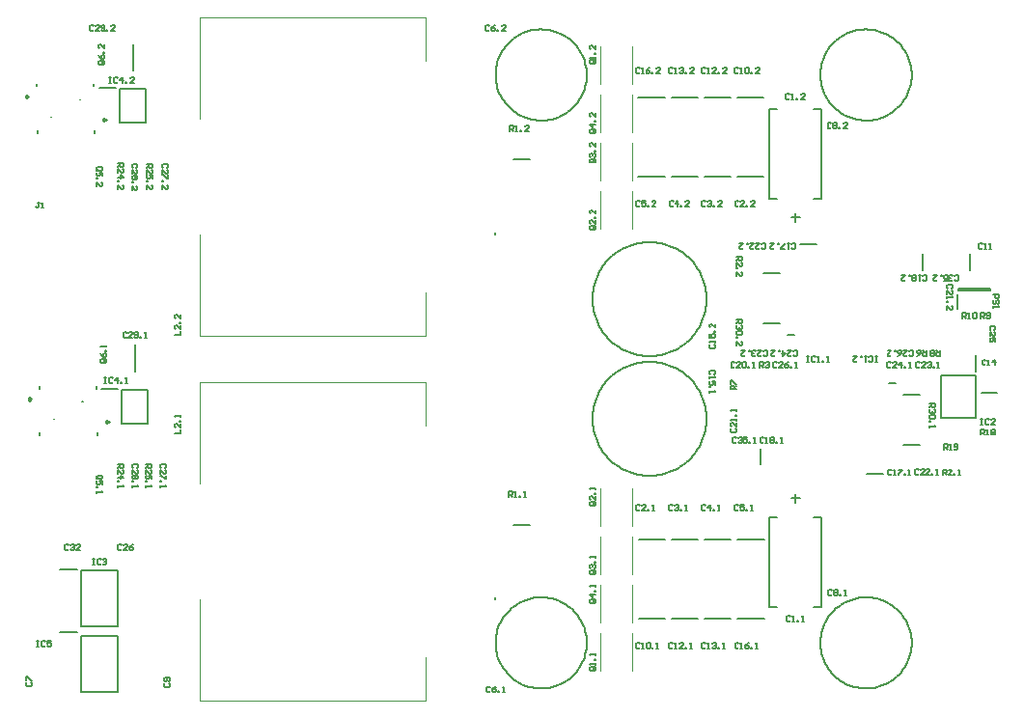
<source format=gto>
G04*
G04 #@! TF.GenerationSoftware,Altium Limited,Altium Designer,22.9.1 (49)*
G04*
G04 Layer_Color=65535*
%FSLAX25Y25*%
%MOIN*%
G70*
G04*
G04 #@! TF.SameCoordinates,58640E65-FB78-4378-B78F-6D08F657F38D*
G04*
G04*
G04 #@! TF.FilePolarity,Positive*
G04*
G01*
G75*
%ADD10C,0.00787*%
%ADD11C,0.00984*%
%ADD12C,0.00394*%
%ADD13C,0.00600*%
%ADD14C,0.00500*%
D10*
X216378Y161024D02*
Y161811D01*
Y161024D01*
Y35039D02*
Y35827D01*
Y35039D01*
X248031Y20028D02*
X248000Y21026D01*
X247905Y22021D01*
X247747Y23008D01*
X247527Y23983D01*
X247245Y24941D01*
X246903Y25881D01*
X246503Y26796D01*
X246045Y27684D01*
X245532Y28542D01*
X244965Y29365D01*
X244347Y30150D01*
X243681Y30895D01*
X242969Y31596D01*
X242213Y32250D01*
X241418Y32855D01*
X240586Y33409D01*
X239721Y33909D01*
X238825Y34352D01*
X237904Y34738D01*
X236959Y35065D01*
X235996Y35332D01*
X235018Y35536D01*
X234029Y35679D01*
X233033Y35758D01*
X232034Y35774D01*
X231035Y35726D01*
X230042Y35615D01*
X229058Y35442D01*
X228087Y35206D01*
X227133Y34909D01*
X226199Y34553D01*
X225290Y34138D01*
X224410Y33666D01*
X223560Y33139D01*
X222746Y32559D01*
X221971Y31929D01*
X221237Y31251D01*
X220547Y30528D01*
X219905Y29762D01*
X219312Y28958D01*
X218772Y28117D01*
X218286Y27244D01*
X217857Y26341D01*
X217485Y25414D01*
X217173Y24464D01*
X216922Y23497D01*
X216733Y22516D01*
X216607Y21524D01*
X216543Y20527D01*
Y19528D01*
X216607Y18531D01*
X216733Y17539D01*
X216922Y16558D01*
X217173Y15591D01*
X217485Y14641D01*
X217857Y13714D01*
X218286Y12811D01*
X218772Y11938D01*
X219312Y11097D01*
X219905Y10293D01*
X220547Y9527D01*
X221237Y8804D01*
X221971Y8126D01*
X222746Y7496D01*
X223560Y6916D01*
X224410Y6389D01*
X225290Y5917D01*
X226199Y5502D01*
X227133Y5146D01*
X228087Y4849D01*
X229058Y4613D01*
X230042Y4440D01*
X231035Y4329D01*
X232034Y4281D01*
X233033Y4297D01*
X234029Y4377D01*
X235018Y4519D01*
X235996Y4723D01*
X236959Y4990D01*
X237904Y5317D01*
X238825Y5703D01*
X239721Y6146D01*
X240586Y6646D01*
X241418Y7200D01*
X242213Y7805D01*
X242969Y8459D01*
X243681Y9160D01*
X244347Y9905D01*
X244965Y10690D01*
X245532Y11513D01*
X246045Y12371D01*
X246503Y13259D01*
X246903Y14175D01*
X247245Y15114D01*
X247527Y16072D01*
X247747Y17047D01*
X247905Y18034D01*
X248000Y19029D01*
X248031Y20028D01*
Y216193D02*
X248000Y217192D01*
X247905Y218186D01*
X247747Y219173D01*
X247527Y220148D01*
X247245Y221107D01*
X246903Y222046D01*
X246503Y222961D01*
X246045Y223850D01*
X245532Y224707D01*
X244965Y225530D01*
X244347Y226315D01*
X243681Y227060D01*
X242969Y227761D01*
X242213Y228416D01*
X241418Y229021D01*
X240586Y229574D01*
X239721Y230074D01*
X238825Y230518D01*
X237904Y230904D01*
X236959Y231231D01*
X235996Y231497D01*
X235018Y231702D01*
X234029Y231844D01*
X233033Y231923D01*
X232034Y231939D01*
X231035Y231891D01*
X230042Y231781D01*
X229058Y231607D01*
X228087Y231371D01*
X227133Y231075D01*
X226199Y230718D01*
X225290Y230303D01*
X224410Y229831D01*
X223560Y229304D01*
X222746Y228725D01*
X221971Y228095D01*
X221237Y227416D01*
X220547Y226693D01*
X219905Y225928D01*
X219312Y225123D01*
X218772Y224282D01*
X218286Y223409D01*
X217857Y222507D01*
X217485Y221579D01*
X217173Y220630D01*
X216922Y219662D01*
X216733Y218681D01*
X216607Y217690D01*
X216543Y216693D01*
Y215693D01*
X216607Y214696D01*
X216733Y213705D01*
X216922Y212723D01*
X217173Y211756D01*
X217485Y210807D01*
X217857Y209879D01*
X218286Y208977D01*
X218772Y208103D01*
X219312Y207263D01*
X219905Y206458D01*
X220547Y205693D01*
X221237Y204969D01*
X221971Y204291D01*
X222746Y203661D01*
X223560Y203082D01*
X224410Y202555D01*
X225290Y202083D01*
X226199Y201668D01*
X227133Y201311D01*
X228087Y201014D01*
X229058Y200779D01*
X230042Y200605D01*
X231035Y200494D01*
X232034Y200447D01*
X233033Y200463D01*
X234029Y200542D01*
X235018Y200684D01*
X235996Y200889D01*
X236959Y201155D01*
X237904Y201482D01*
X238825Y201868D01*
X239721Y202312D01*
X240586Y202811D01*
X241418Y203365D01*
X242213Y203970D01*
X242969Y204625D01*
X243681Y205326D01*
X244347Y206070D01*
X244965Y206856D01*
X245532Y207679D01*
X246045Y208536D01*
X246503Y209424D01*
X246903Y210340D01*
X247245Y211279D01*
X247527Y212238D01*
X247747Y213212D01*
X247905Y214199D01*
X248000Y215194D01*
X248031Y216193D01*
X289370Y138779D02*
X289345Y139777D01*
X289269Y140771D01*
X289143Y141760D01*
X288967Y142742D01*
X288742Y143714D01*
X288467Y144673D01*
X288145Y145616D01*
X287775Y146542D01*
X287358Y147449D01*
X286897Y148333D01*
X286391Y149192D01*
X285842Y150025D01*
X285251Y150829D01*
X284621Y151602D01*
X283953Y152342D01*
X283247Y153047D01*
X282507Y153716D01*
X281734Y154346D01*
X280930Y154936D01*
X280098Y155485D01*
X279238Y155991D01*
X278354Y156453D01*
X277448Y156869D01*
X276522Y157239D01*
X275578Y157562D01*
X274619Y157836D01*
X273648Y158062D01*
X272666Y158238D01*
X271676Y158364D01*
X270682Y158439D01*
X269685Y158465D01*
X268688Y158439D01*
X267693Y158364D01*
X266704Y158238D01*
X265722Y158062D01*
X264751Y157836D01*
X263792Y157562D01*
X262848Y157239D01*
X261922Y156869D01*
X261016Y156453D01*
X260132Y155991D01*
X259272Y155485D01*
X258440Y154936D01*
X257636Y154346D01*
X256863Y153716D01*
X256123Y153047D01*
X255417Y152342D01*
X254749Y151602D01*
X254119Y150829D01*
X253528Y150025D01*
X252979Y149192D01*
X252473Y148333D01*
X252012Y147449D01*
X251595Y146542D01*
X251225Y145616D01*
X250903Y144673D01*
X250628Y143714D01*
X250403Y142742D01*
X250227Y141760D01*
X250101Y140771D01*
X250025Y139777D01*
X250000Y138779D01*
X250025Y137783D01*
X250101Y136788D01*
X250227Y135799D01*
X250403Y134817D01*
X250628Y133845D01*
X250903Y132887D01*
X251225Y131943D01*
X251595Y131017D01*
X252012Y130110D01*
X252473Y129226D01*
X252979Y128367D01*
X253528Y127534D01*
X254119Y126730D01*
X254749Y125957D01*
X255417Y125217D01*
X256123Y124512D01*
X256863Y123843D01*
X257636Y123213D01*
X258440Y122623D01*
X259272Y122074D01*
X260132Y121568D01*
X261016Y121106D01*
X261922Y120690D01*
X262848Y120320D01*
X263792Y119997D01*
X264751Y119723D01*
X265722Y119497D01*
X266704Y119322D01*
X267694Y119195D01*
X268688Y119120D01*
X269685Y119095D01*
X270682Y119120D01*
X271677Y119195D01*
X272666Y119322D01*
X273648Y119498D01*
X274619Y119723D01*
X275578Y119997D01*
X276522Y120320D01*
X277448Y120690D01*
X278354Y121106D01*
X279238Y121568D01*
X280098Y122074D01*
X280930Y122623D01*
X281734Y123213D01*
X282507Y123843D01*
X283247Y124512D01*
X283953Y125217D01*
X284621Y125957D01*
X285251Y126730D01*
X285842Y127534D01*
X286391Y128367D01*
X286897Y129226D01*
X287358Y130110D01*
X287775Y131017D01*
X288145Y131943D01*
X288467Y132887D01*
X288742Y133845D01*
X288967Y134817D01*
X289143Y135799D01*
X289269Y136788D01*
X289345Y137783D01*
X289370Y138779D01*
Y97441D02*
X289345Y98438D01*
X289269Y99432D01*
X289143Y100422D01*
X288967Y101403D01*
X288742Y102375D01*
X288467Y103334D01*
X288145Y104278D01*
X287775Y105204D01*
X287358Y106110D01*
X286897Y106994D01*
X286391Y107854D01*
X285842Y108686D01*
X285251Y109490D01*
X284621Y110263D01*
X283953Y111003D01*
X283247Y111708D01*
X282507Y112377D01*
X281734Y113007D01*
X280930Y113598D01*
X280098Y114146D01*
X279238Y114653D01*
X278354Y115114D01*
X277448Y115531D01*
X276522Y115901D01*
X275578Y116223D01*
X274619Y116498D01*
X273648Y116723D01*
X272666Y116899D01*
X271676Y117025D01*
X270682Y117101D01*
X269685Y117126D01*
X268688Y117101D01*
X267693Y117025D01*
X266704Y116899D01*
X265722Y116723D01*
X264751Y116498D01*
X263792Y116223D01*
X262848Y115901D01*
X261922Y115531D01*
X261016Y115114D01*
X260132Y114653D01*
X259272Y114146D01*
X258440Y113598D01*
X257636Y113007D01*
X256863Y112377D01*
X256123Y111708D01*
X255417Y111003D01*
X254749Y110263D01*
X254119Y109490D01*
X253528Y108686D01*
X252979Y107854D01*
X252473Y106994D01*
X252012Y106110D01*
X251595Y105204D01*
X251225Y104278D01*
X250903Y103334D01*
X250628Y102375D01*
X250403Y101403D01*
X250227Y100422D01*
X250101Y99432D01*
X250025Y98438D01*
X250000Y97441D01*
X250025Y96444D01*
X250101Y95449D01*
X250227Y94460D01*
X250403Y93478D01*
X250628Y92507D01*
X250903Y91548D01*
X251225Y90604D01*
X251595Y89678D01*
X252012Y88772D01*
X252473Y87888D01*
X252979Y87028D01*
X253528Y86195D01*
X254119Y85392D01*
X254749Y84619D01*
X255417Y83879D01*
X256123Y83173D01*
X256863Y82505D01*
X257636Y81875D01*
X258440Y81284D01*
X259272Y80735D01*
X260132Y80229D01*
X261016Y79768D01*
X261922Y79351D01*
X262848Y78981D01*
X263792Y78659D01*
X264751Y78384D01*
X265722Y78159D01*
X266704Y77983D01*
X267694Y77857D01*
X268688Y77781D01*
X269685Y77756D01*
X270682Y77781D01*
X271677Y77857D01*
X272666Y77983D01*
X273648Y78159D01*
X274619Y78384D01*
X275578Y78659D01*
X276522Y78981D01*
X277448Y79351D01*
X278354Y79768D01*
X279238Y80229D01*
X280098Y80735D01*
X280930Y81284D01*
X281734Y81875D01*
X282507Y82505D01*
X283247Y83173D01*
X283953Y83879D01*
X284621Y84619D01*
X285251Y85392D01*
X285842Y86196D01*
X286391Y87028D01*
X286897Y87888D01*
X287358Y88772D01*
X287775Y89678D01*
X288145Y90604D01*
X288467Y91548D01*
X288742Y92507D01*
X288967Y93479D01*
X289143Y94460D01*
X289269Y95450D01*
X289345Y96444D01*
X289370Y97441D01*
X360236Y20028D02*
X360205Y21026D01*
X360109Y22021D01*
X359952Y23008D01*
X359732Y23983D01*
X359450Y24941D01*
X359108Y25881D01*
X358707Y26796D01*
X358250Y27684D01*
X357736Y28542D01*
X357170Y29365D01*
X356552Y30150D01*
X355886Y30895D01*
X355173Y31596D01*
X354418Y32250D01*
X353623Y32855D01*
X352791Y33409D01*
X351925Y33909D01*
X351030Y34352D01*
X350108Y34738D01*
X349164Y35065D01*
X348201Y35332D01*
X347223Y35536D01*
X346234Y35679D01*
X345237Y35758D01*
X344238Y35774D01*
X343240Y35726D01*
X342247Y35615D01*
X341263Y35442D01*
X340292Y35206D01*
X339337Y34909D01*
X338404Y34553D01*
X337495Y34138D01*
X336614Y33666D01*
X335765Y33139D01*
X334951Y32559D01*
X334175Y31929D01*
X333441Y31251D01*
X332752Y30528D01*
X332109Y29762D01*
X331517Y28958D01*
X330977Y28117D01*
X330491Y27244D01*
X330061Y26341D01*
X329690Y25414D01*
X329378Y24464D01*
X329127Y23497D01*
X328938Y22516D01*
X328812Y21524D01*
X328748Y20527D01*
Y19528D01*
X328812Y18531D01*
X328938Y17539D01*
X329127Y16558D01*
X329378Y15591D01*
X329690Y14641D01*
X330061Y13714D01*
X330491Y12811D01*
X330977Y11938D01*
X331517Y11097D01*
X332109Y10293D01*
X332752Y9527D01*
X333441Y8804D01*
X334175Y8126D01*
X334951Y7496D01*
X335765Y6916D01*
X336614Y6389D01*
X337495Y5917D01*
X338404Y5502D01*
X339337Y5146D01*
X340292Y4849D01*
X341263Y4613D01*
X342247Y4440D01*
X343240Y4329D01*
X344238Y4281D01*
X345237Y4297D01*
X346234Y4377D01*
X347223Y4519D01*
X348201Y4723D01*
X349164Y4990D01*
X350108Y5317D01*
X351030Y5703D01*
X351925Y6146D01*
X352791Y6646D01*
X353623Y7200D01*
X354418Y7805D01*
X355173Y8459D01*
X355886Y9160D01*
X356552Y9905D01*
X357170Y10690D01*
X357736Y11513D01*
X358250Y12371D01*
X358707Y13259D01*
X359108Y14175D01*
X359450Y15114D01*
X359732Y16072D01*
X359952Y17047D01*
X360109Y18034D01*
X360205Y19029D01*
X360236Y20028D01*
Y216193D02*
X360205Y217192D01*
X360109Y218186D01*
X359952Y219173D01*
X359732Y220148D01*
X359450Y221107D01*
X359108Y222046D01*
X358707Y222961D01*
X358250Y223850D01*
X357736Y224707D01*
X357170Y225530D01*
X356552Y226315D01*
X355886Y227060D01*
X355173Y227761D01*
X354418Y228416D01*
X353623Y229021D01*
X352791Y229574D01*
X351925Y230074D01*
X351030Y230518D01*
X350108Y230904D01*
X349164Y231231D01*
X348201Y231497D01*
X347223Y231702D01*
X346234Y231844D01*
X345237Y231923D01*
X344238Y231939D01*
X343240Y231891D01*
X342247Y231781D01*
X341263Y231607D01*
X340292Y231371D01*
X339337Y231075D01*
X338404Y230718D01*
X337495Y230303D01*
X336614Y229831D01*
X335765Y229304D01*
X334951Y228725D01*
X334175Y228095D01*
X333441Y227416D01*
X332752Y226693D01*
X332109Y225928D01*
X331517Y225123D01*
X330977Y224282D01*
X330491Y223409D01*
X330061Y222507D01*
X329690Y221579D01*
X329378Y220630D01*
X329127Y219662D01*
X328938Y218681D01*
X328812Y217690D01*
X328748Y216693D01*
Y215693D01*
X328812Y214696D01*
X328938Y213705D01*
X329127Y212723D01*
X329378Y211756D01*
X329690Y210807D01*
X330061Y209879D01*
X330491Y208977D01*
X330977Y208103D01*
X331517Y207263D01*
X332109Y206458D01*
X332752Y205693D01*
X333441Y204969D01*
X334175Y204291D01*
X334951Y203661D01*
X335765Y203082D01*
X336614Y202555D01*
X337495Y202083D01*
X338404Y201668D01*
X339337Y201311D01*
X340292Y201014D01*
X341263Y200779D01*
X342247Y200605D01*
X343240Y200494D01*
X344238Y200447D01*
X345237Y200463D01*
X346234Y200542D01*
X347223Y200684D01*
X348201Y200889D01*
X349164Y201155D01*
X350108Y201482D01*
X351030Y201868D01*
X351925Y202312D01*
X352791Y202811D01*
X353623Y203365D01*
X354418Y203970D01*
X355173Y204625D01*
X355886Y205326D01*
X356552Y206070D01*
X357170Y206856D01*
X357736Y207679D01*
X358250Y208536D01*
X358707Y209424D01*
X359108Y210340D01*
X359450Y211279D01*
X359732Y212238D01*
X359952Y213212D01*
X360109Y214199D01*
X360205Y215194D01*
X360236Y216193D01*
X66043Y45591D02*
X72047D01*
X73425Y25787D02*
Y45079D01*
Y25787D02*
X86024D01*
Y45079D01*
X73425D02*
X86024D01*
X73425Y22421D02*
X86024D01*
Y3169D02*
Y22421D01*
X73425Y3169D02*
X86024D01*
X73425D02*
Y22421D01*
X66142Y23779D02*
X72047D01*
X87461Y107579D02*
X96516D01*
Y95768D02*
Y107579D01*
X87461Y95768D02*
X96516D01*
X87461D02*
Y107579D01*
X80472Y107776D02*
X86083D01*
X222638Y60925D02*
X228346D01*
X91988Y113878D02*
Y122933D01*
X86752Y211496D02*
X95807D01*
Y199685D02*
Y211496D01*
X86752Y199685D02*
X95807D01*
X86752D02*
Y211496D01*
X79764Y211693D02*
X85374D01*
X91280Y217795D02*
Y226850D01*
X382283Y97835D02*
Y112402D01*
X370472Y97835D02*
X382283D01*
X370472D02*
Y112402D01*
X382283D01*
X382480Y113779D02*
Y119587D01*
X344693Y78437D02*
X350402D01*
X357488Y88476D02*
X363000D01*
X357488Y105799D02*
X363000D01*
X384252Y106299D02*
X389764D01*
X352370Y109736D02*
X354732D01*
X265846Y208268D02*
X274902D01*
X265846Y181102D02*
X274902D01*
X222736Y187008D02*
X228445D01*
X277264Y208268D02*
X286319D01*
X288681D02*
X297736D01*
X300098D02*
X309154D01*
X300098Y181102D02*
X309154D01*
X277264D02*
X286319D01*
X288681D02*
X297736D01*
X265945Y55709D02*
X275000D01*
X277362D02*
X286417D01*
X288779Y28543D02*
X297835D01*
X265945D02*
X275000D01*
X277362D02*
X286417D01*
X300197D02*
X309252D01*
X288779Y55709D02*
X297835D01*
X300197D02*
X309252D01*
X307874Y81693D02*
Y87205D01*
X321661Y157768D02*
X327370D01*
X317331Y126469D02*
X319693D01*
X309063Y130405D02*
X314575D01*
X59193Y91831D02*
Y92815D01*
X63996Y97342D02*
X64075D01*
X78878Y91831D02*
Y92815D01*
X59055Y107874D02*
Y108858D01*
X73858Y103347D02*
X73937D01*
X78740Y107874D02*
Y108858D01*
X58209Y196161D02*
Y197146D01*
X63012Y201673D02*
X63090D01*
X77894Y196161D02*
Y197146D01*
X77756Y212274D02*
Y213258D01*
X72874Y207746D02*
X72953D01*
X58071Y212274D02*
Y213258D01*
X376260Y141831D02*
Y142421D01*
X387520D01*
Y141831D02*
Y142421D01*
X376260Y141831D02*
X387520D01*
X375886Y135531D02*
Y140453D01*
X309063Y147728D02*
X314575D01*
X380315Y148819D02*
Y154331D01*
X364181Y148909D02*
Y154421D01*
D11*
X82913Y96358D02*
X82175Y96785D01*
Y95932D01*
X82913Y96358D01*
X56004Y104331D02*
X55266Y104757D01*
Y103904D01*
X56004Y104331D01*
X81929Y200689D02*
X81191Y201115D01*
Y200263D01*
X81929Y200689D01*
X55020Y208731D02*
X54282Y209157D01*
Y208305D01*
X55020Y208731D01*
D12*
X192362Y221102D02*
Y236024D01*
X114409D02*
X192362D01*
X114409Y201083D02*
Y236024D01*
Y126181D02*
Y161102D01*
Y126181D02*
X192382D01*
X192362Y141102D02*
X192382Y126181D01*
X192362Y95118D02*
Y110039D01*
X114409D02*
X192362D01*
X114409Y75098D02*
Y110039D01*
Y197D02*
Y35118D01*
Y197D02*
X192382D01*
X192362Y15118D02*
X192382Y197D01*
X252571Y10567D02*
Y23559D01*
X263571Y10575D02*
Y23567D01*
Y27110D02*
Y40102D01*
X252571Y27102D02*
Y40095D01*
X263571Y43882D02*
Y56874D01*
X252571Y43874D02*
Y56866D01*
Y60409D02*
Y73402D01*
X263571Y60417D02*
Y73409D01*
X252571Y179740D02*
Y192732D01*
X263571Y179748D02*
Y192740D01*
X252571Y196512D02*
Y209504D01*
X263571Y196520D02*
Y209512D01*
Y163213D02*
Y176205D01*
X252571Y163205D02*
Y176197D01*
Y213047D02*
Y226039D01*
X263571Y213055D02*
Y226047D01*
D13*
X311114Y204437D02*
X313847D01*
X320079Y165547D02*
Y168547D01*
X318579Y167047D02*
X321579D01*
X329043Y173516D02*
Y204437D01*
X326310D02*
X329043D01*
X311114Y173516D02*
Y204437D01*
Y173516D02*
X313847D01*
X326310D02*
X329043D01*
X311114Y63492D02*
X313847D01*
X326310D02*
X329043D01*
Y32571D02*
Y63492D01*
X311114Y32571D02*
X313847D01*
X311114D02*
Y63492D01*
X318579Y69961D02*
X321579D01*
X320079Y68461D02*
Y71461D01*
X326310Y32571D02*
X329043D01*
D14*
X102494Y5971D02*
X102166Y5643D01*
Y4987D01*
X102494Y4659D01*
X103806D01*
X104133Y4987D01*
Y5643D01*
X103806Y5971D01*
Y6627D02*
X104133Y6955D01*
Y7611D01*
X103806Y7939D01*
X102494D01*
X102166Y7611D01*
Y6955D01*
X102494Y6627D01*
X102822D01*
X103150Y6955D01*
Y7939D01*
X54856Y6365D02*
X54528Y6037D01*
Y5381D01*
X54856Y5053D01*
X56168D01*
X56496Y5381D01*
Y6037D01*
X56168Y6365D01*
X54528Y7021D02*
Y8333D01*
X54856D01*
X56168Y7021D01*
X56496D01*
X77265Y49212D02*
X77921D01*
X77593D01*
Y47244D01*
X77265D01*
X77921D01*
X80216Y48884D02*
X79888Y49212D01*
X79232D01*
X78904Y48884D01*
Y47572D01*
X79232Y47244D01*
X79888D01*
X80216Y47572D01*
X80872Y48884D02*
X81200Y49212D01*
X81856D01*
X82184Y48884D01*
Y48556D01*
X81856Y48228D01*
X81528D01*
X81856D01*
X82184Y47900D01*
Y47572D01*
X81856Y47244D01*
X81200D01*
X80872Y47572D01*
X87271Y53806D02*
X86943Y54133D01*
X86287D01*
X85959Y53806D01*
Y52494D01*
X86287Y52166D01*
X86943D01*
X87271Y52494D01*
X89239Y52166D02*
X87927D01*
X89239Y53478D01*
Y53806D01*
X88911Y54133D01*
X88255D01*
X87927Y53806D01*
X91207Y54133D02*
X90551Y53806D01*
X89895Y53150D01*
Y52494D01*
X90223Y52166D01*
X90878D01*
X91207Y52494D01*
Y52822D01*
X90878Y53150D01*
X89895D01*
X58170Y20669D02*
X58826D01*
X58498D01*
Y18701D01*
X58170D01*
X58826D01*
X61122Y20341D02*
X60794Y20669D01*
X60138D01*
X59810Y20341D01*
Y19029D01*
X60138Y18701D01*
X60794D01*
X61122Y19029D01*
X63090Y20669D02*
X61778D01*
Y19685D01*
X62434Y20013D01*
X62762D01*
X63090Y19685D01*
Y19029D01*
X62762Y18701D01*
X62106D01*
X61778Y19029D01*
X69160Y53806D02*
X68833Y54133D01*
X68177D01*
X67849Y53806D01*
Y52494D01*
X68177Y52166D01*
X68833D01*
X69160Y52494D01*
X69816Y53806D02*
X70144Y54133D01*
X70800D01*
X71128Y53806D01*
Y53478D01*
X70800Y53150D01*
X70472D01*
X70800D01*
X71128Y52822D01*
Y52494D01*
X70800Y52166D01*
X70144D01*
X69816Y52494D01*
X73096Y52166D02*
X71784D01*
X73096Y53478D01*
Y53806D01*
X72768Y54133D01*
X72112D01*
X71784Y53806D01*
X105709Y92554D02*
X107677D01*
Y93865D01*
Y95833D02*
Y94521D01*
X106365Y95833D01*
X106037D01*
X105709Y95505D01*
Y94849D01*
X106037Y94521D01*
X107677Y96489D02*
X107349D01*
Y96817D01*
X107677D01*
Y96489D01*
Y98129D02*
Y98785D01*
Y98457D01*
X105709D01*
X106037Y98129D01*
X105630Y126478D02*
X107598D01*
Y127789D01*
Y129757D02*
Y128445D01*
X106286Y129757D01*
X105958D01*
X105630Y129429D01*
Y128773D01*
X105958Y128445D01*
X107598Y130413D02*
X107270D01*
Y130741D01*
X107598D01*
Y130413D01*
Y133365D02*
Y132053D01*
X106286Y133365D01*
X105958D01*
X105630Y133037D01*
Y132381D01*
X105958Y132053D01*
X300526Y19750D02*
X300198Y20078D01*
X299542D01*
X299214Y19750D01*
Y18439D01*
X299542Y18111D01*
X300198D01*
X300526Y18439D01*
X301182Y18111D02*
X301838D01*
X301510D01*
Y20078D01*
X301182Y19750D01*
X304134Y20078D02*
X303478Y19750D01*
X302822Y19094D01*
Y18439D01*
X303150Y18111D01*
X303806D01*
X304134Y18439D01*
Y18767D01*
X303806Y19094D01*
X302822D01*
X304789Y18111D02*
Y18439D01*
X305118D01*
Y18111D01*
X304789D01*
X306429D02*
X307085D01*
X306757D01*
Y20078D01*
X306429Y19750D01*
X289108D02*
X288780Y20078D01*
X288125D01*
X287797Y19750D01*
Y18439D01*
X288125Y18111D01*
X288780D01*
X289108Y18439D01*
X289764Y18111D02*
X290420D01*
X290092D01*
Y20078D01*
X289764Y19750D01*
X291404D02*
X291732Y20078D01*
X292388D01*
X292716Y19750D01*
Y19422D01*
X292388Y19094D01*
X292060D01*
X292388D01*
X292716Y18767D01*
Y18439D01*
X292388Y18111D01*
X291732D01*
X291404Y18439D01*
X293372Y18111D02*
Y18439D01*
X293700D01*
Y18111D01*
X293372D01*
X295012D02*
X295668D01*
X295340D01*
Y20078D01*
X295012Y19750D01*
X277691D02*
X277363Y20078D01*
X276707D01*
X276379Y19750D01*
Y18439D01*
X276707Y18111D01*
X277363D01*
X277691Y18439D01*
X278347Y18111D02*
X279003D01*
X278675D01*
Y20078D01*
X278347Y19750D01*
X281299Y18111D02*
X279987D01*
X281299Y19422D01*
Y19750D01*
X280971Y20078D01*
X280315D01*
X279987Y19750D01*
X281955Y18111D02*
Y18439D01*
X282283D01*
Y18111D01*
X281955D01*
X283595D02*
X284251D01*
X283923D01*
Y20078D01*
X283595Y19750D01*
X266274D02*
X265946Y20078D01*
X265290D01*
X264962Y19750D01*
Y18439D01*
X265290Y18111D01*
X265946D01*
X266274Y18439D01*
X266930Y18111D02*
X267586D01*
X267258D01*
Y20078D01*
X266930Y19750D01*
X268570D02*
X268898Y20078D01*
X269554D01*
X269882Y19750D01*
Y18439D01*
X269554Y18111D01*
X268898D01*
X268570Y18439D01*
Y19750D01*
X270537Y18111D02*
Y18439D01*
X270866D01*
Y18111D01*
X270537D01*
X272177D02*
X272833D01*
X272505D01*
Y20078D01*
X272177Y19750D01*
X300493Y218373D02*
X300165Y218701D01*
X299509D01*
X299181Y218373D01*
Y217061D01*
X299509Y216733D01*
X300165D01*
X300493Y217061D01*
X301149Y216733D02*
X301805D01*
X301477D01*
Y218701D01*
X301149Y218373D01*
X302789D02*
X303117Y218701D01*
X303773D01*
X304101Y218373D01*
Y217061D01*
X303773Y216733D01*
X303117D01*
X302789Y217061D01*
Y218373D01*
X304757Y216733D02*
Y217061D01*
X305085D01*
Y216733D01*
X304757D01*
X307709D02*
X306397D01*
X307709Y218044D01*
Y218373D01*
X307381Y218701D01*
X306725D01*
X306397Y218373D01*
X289076D02*
X288748Y218701D01*
X288092D01*
X287764Y218373D01*
Y217061D01*
X288092Y216733D01*
X288748D01*
X289076Y217061D01*
X289732Y216733D02*
X290388D01*
X290060D01*
Y218701D01*
X289732Y218373D01*
X292684Y216733D02*
X291372D01*
X292684Y218044D01*
Y218373D01*
X292355Y218701D01*
X291700D01*
X291372Y218373D01*
X293339Y216733D02*
Y217061D01*
X293667D01*
Y216733D01*
X293339D01*
X296291D02*
X294979D01*
X296291Y218044D01*
Y218373D01*
X295963Y218701D01*
X295307D01*
X294979Y218373D01*
X277658D02*
X277330Y218701D01*
X276675D01*
X276346Y218373D01*
Y217061D01*
X276675Y216733D01*
X277330D01*
X277658Y217061D01*
X278314Y216733D02*
X278970D01*
X278642D01*
Y218701D01*
X278314Y218373D01*
X279954D02*
X280282Y218701D01*
X280938D01*
X281266Y218373D01*
Y218044D01*
X280938Y217717D01*
X280610D01*
X280938D01*
X281266Y217389D01*
Y217061D01*
X280938Y216733D01*
X280282D01*
X279954Y217061D01*
X281922Y216733D02*
Y217061D01*
X282250D01*
Y216733D01*
X281922D01*
X284874D02*
X283562D01*
X284874Y218044D01*
Y218373D01*
X284546Y218701D01*
X283890D01*
X283562Y218373D01*
X266241D02*
X265913Y218701D01*
X265257D01*
X264929Y218373D01*
Y217061D01*
X265257Y216733D01*
X265913D01*
X266241Y217061D01*
X266897Y216733D02*
X267553D01*
X267225D01*
Y218701D01*
X266897Y218373D01*
X269849Y218701D02*
X269193Y218373D01*
X268537Y217717D01*
Y217061D01*
X268865Y216733D01*
X269521D01*
X269849Y217061D01*
Y217389D01*
X269521Y217717D01*
X268537D01*
X270505Y216733D02*
Y217061D01*
X270833D01*
Y216733D01*
X270505D01*
X273457D02*
X272145D01*
X273457Y218044D01*
Y218373D01*
X273129Y218701D01*
X272473D01*
X272145Y218373D01*
X291995Y112860D02*
X292322Y113188D01*
Y113844D01*
X291995Y114172D01*
X290683D01*
X290355Y113844D01*
Y113188D01*
X290683Y112860D01*
X290355Y112204D02*
Y111548D01*
Y111876D01*
X292322D01*
X291995Y112204D01*
X292322Y109252D02*
Y110564D01*
X291339D01*
X291667Y109908D01*
Y109580D01*
X291339Y109252D01*
X290683D01*
X290355Y109580D01*
Y110236D01*
X290683Y110564D01*
X290355Y108596D02*
X290683D01*
Y108268D01*
X290355D01*
Y108596D01*
Y106956D02*
Y106300D01*
Y106629D01*
X292322D01*
X291995Y106956D01*
X290683Y123032D02*
X290355Y122705D01*
Y122048D01*
X290683Y121721D01*
X291995D01*
X292322Y122048D01*
Y122705D01*
X291995Y123032D01*
X292322Y123688D02*
Y124344D01*
Y124016D01*
X290355D01*
X290683Y123688D01*
X290355Y126640D02*
Y125328D01*
X291339D01*
X291011Y125984D01*
Y126312D01*
X291339Y126640D01*
X291995D01*
X292322Y126312D01*
Y125656D01*
X291995Y125328D01*
X292322Y127296D02*
X291995D01*
Y127624D01*
X292322D01*
Y127296D01*
Y130248D02*
Y128936D01*
X291011Y130248D01*
X290683D01*
X290355Y129920D01*
Y129264D01*
X290683Y128936D01*
X266306Y67388D02*
X265978Y67716D01*
X265322D01*
X264995Y67388D01*
Y66076D01*
X265322Y65748D01*
X265978D01*
X266306Y66076D01*
X268274Y65748D02*
X266962D01*
X268274Y67060D01*
Y67388D01*
X267946Y67716D01*
X267290D01*
X266962Y67388D01*
X268930Y65748D02*
Y66076D01*
X269258D01*
Y65748D01*
X268930D01*
X270570D02*
X271226D01*
X270898D01*
Y67716D01*
X270570Y67388D01*
X277724D02*
X277396Y67716D01*
X276740D01*
X276412Y67388D01*
Y66076D01*
X276740Y65748D01*
X277396D01*
X277724Y66076D01*
X278380Y67388D02*
X278708Y67716D01*
X279364D01*
X279692Y67388D01*
Y67060D01*
X279364Y66732D01*
X279036D01*
X279364D01*
X279692Y66404D01*
Y66076D01*
X279364Y65748D01*
X278708D01*
X278380Y66076D01*
X280347Y65748D02*
Y66076D01*
X280676D01*
Y65748D01*
X280347D01*
X281987D02*
X282643D01*
X282315D01*
Y67716D01*
X281987Y67388D01*
X288944D02*
X288616Y67716D01*
X287960D01*
X287632Y67388D01*
Y66076D01*
X287960Y65748D01*
X288616D01*
X288944Y66076D01*
X290584Y65748D02*
Y67716D01*
X289600Y66732D01*
X290912D01*
X291568Y65748D02*
Y66076D01*
X291896D01*
Y65748D01*
X291568D01*
X293208D02*
X293864D01*
X293536D01*
Y67716D01*
X293208Y67388D01*
X300361D02*
X300033Y67716D01*
X299378D01*
X299050Y67388D01*
Y66076D01*
X299378Y65748D01*
X300033D01*
X300361Y66076D01*
X302329Y67716D02*
X301017D01*
Y66732D01*
X301673Y67060D01*
X302001D01*
X302329Y66732D01*
Y66076D01*
X302001Y65748D01*
X301345D01*
X301017Y66076D01*
X302985Y65748D02*
Y66076D01*
X303313D01*
Y65748D01*
X302985D01*
X304625D02*
X305281D01*
X304953D01*
Y67716D01*
X304625Y67388D01*
X250656Y11746D02*
X249344D01*
X249016Y11418D01*
Y10762D01*
X249344Y10434D01*
X250656D01*
X250984Y10762D01*
Y11418D01*
X250328Y11090D02*
X250984Y11746D01*
Y11418D02*
X250656Y11746D01*
X250984Y12402D02*
Y13058D01*
Y12730D01*
X249016D01*
X249344Y12402D01*
X250984Y14042D02*
X250656D01*
Y14370D01*
X250984D01*
Y14042D01*
Y15682D02*
Y16338D01*
Y16010D01*
X249016D01*
X249344Y15682D01*
X250656Y68669D02*
X249344D01*
X249016Y68341D01*
Y67685D01*
X249344Y67357D01*
X250656D01*
X250984Y67685D01*
Y68341D01*
X250328Y68013D02*
X250984Y68669D01*
Y68341D02*
X250656Y68669D01*
X250984Y70636D02*
Y69324D01*
X249672Y70636D01*
X249344D01*
X249016Y70308D01*
Y69652D01*
X249344Y69324D01*
X250984Y71292D02*
X250656D01*
Y71620D01*
X250984D01*
Y71292D01*
Y72932D02*
Y73588D01*
Y73260D01*
X249016D01*
X249344Y72932D01*
X250656Y45046D02*
X249344D01*
X249016Y44719D01*
Y44063D01*
X249344Y43735D01*
X250656D01*
X250984Y44063D01*
Y44719D01*
X250328Y44391D02*
X250984Y45046D01*
Y44719D02*
X250656Y45046D01*
X249344Y45702D02*
X249016Y46031D01*
Y46686D01*
X249344Y47014D01*
X249672D01*
X250000Y46686D01*
Y46358D01*
Y46686D01*
X250328Y47014D01*
X250656D01*
X250984Y46686D01*
Y46031D01*
X250656Y45702D01*
X250984Y47670D02*
X250656D01*
Y47998D01*
X250984D01*
Y47670D01*
Y49310D02*
Y49966D01*
Y49638D01*
X249016D01*
X249344Y49310D01*
X250656Y35204D02*
X249344D01*
X249016Y34876D01*
Y34220D01*
X249344Y33892D01*
X250656D01*
X250984Y34220D01*
Y34876D01*
X250328Y34548D02*
X250984Y35204D01*
Y34876D02*
X250656Y35204D01*
X250984Y36844D02*
X249016D01*
X250000Y35860D01*
Y37172D01*
X250984Y37828D02*
X250656D01*
Y38156D01*
X250984D01*
Y37828D01*
Y39468D02*
Y40124D01*
Y39796D01*
X249016D01*
X249344Y39468D01*
X318700Y156431D02*
X319028Y156103D01*
X319684D01*
X320012Y156431D01*
Y157743D01*
X319684Y158071D01*
X319028D01*
X318700Y157743D01*
X318044Y158071D02*
X317388D01*
X317716D01*
Y156103D01*
X318044Y156431D01*
X316404Y156103D02*
X315092D01*
Y156431D01*
X316404Y157743D01*
Y158071D01*
X314436D02*
Y157743D01*
X314108D01*
Y158071D01*
X314436D01*
X311484D02*
X312796D01*
X311484Y156759D01*
Y156431D01*
X311812Y156103D01*
X312468D01*
X312796Y156431D01*
X353282Y79593D02*
X352954Y79921D01*
X352298D01*
X351970Y79593D01*
Y78281D01*
X352298Y77953D01*
X352954D01*
X353282Y78281D01*
X353938Y77953D02*
X354594D01*
X354266D01*
Y79921D01*
X353938Y79593D01*
X355577Y79921D02*
X356889D01*
Y79593D01*
X355577Y78281D01*
Y77953D01*
X357545D02*
Y78281D01*
X357873D01*
Y77953D01*
X357545D01*
X359185D02*
X359841D01*
X359513D01*
Y79921D01*
X359185Y79593D01*
X365419Y121063D02*
Y119095D01*
X364436D01*
X364107Y119423D01*
Y120079D01*
X364436Y120407D01*
X365419D01*
X364763D02*
X364107Y121063D01*
X362140Y119095D02*
X362796Y119423D01*
X363452Y120079D01*
Y120735D01*
X363124Y121063D01*
X362468D01*
X362140Y120735D01*
Y120407D01*
X362468Y120079D01*
X363452D01*
X307809Y115158D02*
Y117126D01*
X308793D01*
X309121Y116798D01*
Y116142D01*
X308793Y115814D01*
X307809D01*
X308465D02*
X309121Y115158D01*
X309777Y116798D02*
X310105Y117126D01*
X310761D01*
X311089Y116798D01*
Y116470D01*
X310761Y116142D01*
X310433D01*
X310761D01*
X311089Y115814D01*
Y115486D01*
X310761Y115158D01*
X310105D01*
X309777Y115486D01*
X377855Y132087D02*
Y134055D01*
X378839D01*
X379167Y133727D01*
Y133071D01*
X378839Y132743D01*
X377855D01*
X378511D02*
X379167Y132087D01*
X379823D02*
X380479D01*
X380151D01*
Y134055D01*
X379823Y133727D01*
X381463D02*
X381791Y134055D01*
X382447D01*
X382775Y133727D01*
Y132415D01*
X382447Y132087D01*
X381791D01*
X381463Y132415D01*
Y133727D01*
X370144Y121063D02*
Y119095D01*
X369160D01*
X368832Y119423D01*
Y120079D01*
X369160Y120407D01*
X370144D01*
X369488D02*
X368832Y121063D01*
X368176Y119423D02*
X367848Y119095D01*
X367192D01*
X366864Y119423D01*
Y119751D01*
X367192Y120079D01*
X366864Y120407D01*
Y120735D01*
X367192Y121063D01*
X367848D01*
X368176Y120735D01*
Y120407D01*
X367848Y120079D01*
X368176Y119751D01*
Y119423D01*
X367848Y120079D02*
X367192D01*
X299803Y107612D02*
X297835D01*
Y108596D01*
X298163Y108924D01*
X298819D01*
X299147Y108596D01*
Y107612D01*
Y108268D02*
X299803Y108924D01*
X297835Y109580D02*
Y110892D01*
X298163D01*
X299475Y109580D01*
X299803D01*
X385860Y117585D02*
X385532Y117913D01*
X384876D01*
X384548Y117585D01*
Y116273D01*
X384876Y115945D01*
X385532D01*
X385860Y116273D01*
X386516Y115945D02*
X387172D01*
X386844D01*
Y117913D01*
X386516Y117585D01*
X389140Y115945D02*
Y117913D01*
X388156Y116929D01*
X389468D01*
X384613Y157743D02*
X384285Y158071D01*
X383629D01*
X383301Y157743D01*
Y156431D01*
X383629Y156103D01*
X384285D01*
X384613Y156431D01*
X385269Y156103D02*
X385925D01*
X385597D01*
Y158071D01*
X385269Y157743D01*
X386909Y156103D02*
X387565D01*
X387237D01*
Y158071D01*
X386909Y157743D01*
X384187Y132087D02*
Y134055D01*
X385171D01*
X385499Y133727D01*
Y133071D01*
X385171Y132743D01*
X384187D01*
X384843D02*
X385499Y132087D01*
X386155Y132415D02*
X386483Y132087D01*
X387139D01*
X387467Y132415D01*
Y133727D01*
X387139Y134055D01*
X386483D01*
X386155Y133727D01*
Y133399D01*
X386483Y133071D01*
X387467D01*
X388845Y128084D02*
X389173Y128411D01*
Y129068D01*
X388845Y129395D01*
X387533D01*
X387205Y129068D01*
Y128411D01*
X387533Y128084D01*
X387205Y126116D02*
Y127428D01*
X388517Y126116D01*
X388845D01*
X389173Y126444D01*
Y127100D01*
X388845Y127428D01*
X389173Y124148D02*
Y125460D01*
X388189D01*
X388517Y124804D01*
Y124476D01*
X388189Y124148D01*
X387533D01*
X387205Y124476D01*
Y125132D01*
X387533Y125460D01*
X384154Y97441D02*
X384810D01*
X384482D01*
Y95473D01*
X384154D01*
X384810D01*
X387106Y97113D02*
X386778Y97441D01*
X386122D01*
X385794Y97113D01*
Y95801D01*
X386122Y95473D01*
X386778D01*
X387106Y95801D01*
X389074Y95473D02*
X387762D01*
X389074Y96785D01*
Y97113D01*
X388746Y97441D01*
X388090D01*
X387762Y97113D01*
X388386Y140485D02*
X390354D01*
Y139501D01*
X390026Y139173D01*
X389370D01*
X389042Y139501D01*
Y140485D01*
X390026Y137205D02*
X390354Y137533D01*
Y138189D01*
X390026Y138517D01*
X389698D01*
X389370Y138189D01*
Y137533D01*
X389042Y137205D01*
X388714D01*
X388386Y137533D01*
Y138189D01*
X388714Y138517D01*
X388386Y136549D02*
Y135893D01*
Y136221D01*
X390354D01*
X390026Y136549D01*
X384154Y91930D02*
Y93897D01*
X385138D01*
X385466Y93569D01*
Y92913D01*
X385138Y92585D01*
X384154D01*
X384810D02*
X385466Y91930D01*
X386122D02*
X386778D01*
X386450D01*
Y93897D01*
X386122Y93569D01*
X387762D02*
X388090Y93897D01*
X388746D01*
X389074Y93569D01*
Y93241D01*
X388746Y92913D01*
X389074Y92585D01*
Y92257D01*
X388746Y91930D01*
X388090D01*
X387762Y92257D01*
Y92585D01*
X388090Y92913D01*
X387762Y93241D01*
Y93569D01*
X388090Y92913D02*
X388746D01*
X371261Y86811D02*
Y88779D01*
X372245D01*
X372573Y88451D01*
Y87795D01*
X372245Y87467D01*
X371261D01*
X371917D02*
X372573Y86811D01*
X373229D02*
X373885D01*
X373556D01*
Y88779D01*
X373229Y88451D01*
X374868Y87139D02*
X375196Y86811D01*
X375852D01*
X376180Y87139D01*
Y88451D01*
X375852Y88779D01*
X375196D01*
X374868Y88451D01*
Y88123D01*
X375196Y87795D01*
X376180D01*
X214404Y232939D02*
X214076Y233267D01*
X213420D01*
X213092Y232939D01*
Y231627D01*
X213420Y231299D01*
X214076D01*
X214404Y231627D01*
X216371Y233267D02*
X215716Y232939D01*
X215059Y232283D01*
Y231627D01*
X215388Y231299D01*
X216043D01*
X216371Y231627D01*
Y231956D01*
X216043Y232283D01*
X215059D01*
X217027Y231299D02*
Y231627D01*
X217355D01*
Y231299D01*
X217027D01*
X219979D02*
X218667D01*
X219979Y232611D01*
Y232939D01*
X219651Y233267D01*
X218995D01*
X218667Y232939D01*
X214732Y4593D02*
X214404Y4921D01*
X213748D01*
X213420Y4593D01*
Y3281D01*
X213748Y2953D01*
X214404D01*
X214732Y3281D01*
X216699Y4921D02*
X216043Y4593D01*
X215388Y3937D01*
Y3281D01*
X215716Y2953D01*
X216371D01*
X216699Y3281D01*
Y3609D01*
X216371Y3937D01*
X215388D01*
X217355Y2953D02*
Y3281D01*
X217683D01*
Y2953D01*
X217355D01*
X218995D02*
X219651D01*
X219323D01*
Y4921D01*
X218995Y4593D01*
X375163Y145407D02*
X375491Y145079D01*
X376147D01*
X376475Y145407D01*
Y146719D01*
X376147Y147047D01*
X375491D01*
X375163Y146719D01*
X374507Y145407D02*
X374179Y145079D01*
X373523D01*
X373195Y145407D01*
Y145735D01*
X373523Y146063D01*
X373851D01*
X373523D01*
X373195Y146391D01*
Y146719D01*
X373523Y147047D01*
X374179D01*
X374507Y146719D01*
X371227Y145079D02*
X372539D01*
Y146063D01*
X371883Y145735D01*
X371555D01*
X371227Y146063D01*
Y146719D01*
X371555Y147047D01*
X372211D01*
X372539Y146719D01*
X370571Y147047D02*
Y146719D01*
X370243D01*
Y147047D01*
X370571D01*
X367619D02*
X368931D01*
X367619Y145735D01*
Y145407D01*
X367948Y145079D01*
X368603D01*
X368931Y145407D01*
X318439Y29002D02*
X318111Y29330D01*
X317455D01*
X317127Y29002D01*
Y27691D01*
X317455Y27362D01*
X318111D01*
X318439Y27691D01*
X319095Y27362D02*
X319751D01*
X319423D01*
Y29330D01*
X319095Y29002D01*
X320735Y27362D02*
Y27691D01*
X321063D01*
Y27362D01*
X320735D01*
X322375D02*
X323030D01*
X322703D01*
Y29330D01*
X322375Y29002D01*
X299811Y131684D02*
X301779D01*
Y130700D01*
X301451Y130372D01*
X300795D01*
X300467Y130700D01*
Y131684D01*
Y131028D02*
X299811Y130372D01*
X301451Y129716D02*
X301779Y129388D01*
Y128732D01*
X301451Y128404D01*
X301123D01*
X300795Y128732D01*
Y129060D01*
Y128732D01*
X300467Y128404D01*
X300139D01*
X299811Y128732D01*
Y129388D01*
X300139Y129716D01*
X301451Y127748D02*
X301779Y127420D01*
Y126764D01*
X301451Y126436D01*
X300139D01*
X299811Y126764D01*
Y127420D01*
X300139Y127748D01*
X301451D01*
X299811Y125780D02*
X300139D01*
Y125452D01*
X299811D01*
Y125780D01*
Y122828D02*
Y124140D01*
X301123Y122828D01*
X301451D01*
X301779Y123156D01*
Y123812D01*
X301451Y124140D01*
X359415Y119423D02*
X359743Y119095D01*
X360399D01*
X360727Y119423D01*
Y120735D01*
X360399Y121063D01*
X359743D01*
X359415Y120735D01*
X357447Y121063D02*
X358759D01*
X357447Y119751D01*
Y119423D01*
X357775Y119095D01*
X358431D01*
X358759Y119423D01*
X355479Y119095D02*
X356135Y119423D01*
X356791Y120079D01*
Y120735D01*
X356463Y121063D01*
X355807D01*
X355479Y120735D01*
Y120407D01*
X355807Y120079D01*
X356791D01*
X354823Y121063D02*
Y120735D01*
X354495D01*
Y121063D01*
X354823D01*
X351871D02*
X353183D01*
X351871Y119751D01*
Y119423D01*
X352200Y119095D01*
X352855D01*
X353183Y119423D01*
X319265Y119513D02*
X319593Y119185D01*
X320249D01*
X320577Y119513D01*
Y120825D01*
X320249Y121153D01*
X319593D01*
X319265Y120825D01*
X317298Y121153D02*
X318609D01*
X317298Y119841D01*
Y119513D01*
X317625Y119185D01*
X318282D01*
X318609Y119513D01*
X315658Y121153D02*
Y119185D01*
X316642Y120169D01*
X315330D01*
X314674Y121153D02*
Y120825D01*
X314346D01*
Y121153D01*
X314674D01*
X311722D02*
X313034D01*
X311722Y119841D01*
Y119513D01*
X312050Y119185D01*
X312706D01*
X313034Y119513D01*
X309021Y119423D02*
X309349Y119095D01*
X310005D01*
X310333Y119423D01*
Y120735D01*
X310005Y121063D01*
X309349D01*
X309021Y120735D01*
X307053Y121063D02*
X308365D01*
X307053Y119751D01*
Y119423D01*
X307381Y119095D01*
X308037D01*
X308365Y119423D01*
X306398D02*
X306069Y119095D01*
X305414D01*
X305086Y119423D01*
Y119751D01*
X305414Y120079D01*
X305742D01*
X305414D01*
X305086Y120407D01*
Y120735D01*
X305414Y121063D01*
X306069D01*
X306398Y120735D01*
X304430Y121063D02*
Y120735D01*
X304102D01*
Y121063D01*
X304430D01*
X301478D02*
X302790D01*
X301478Y119751D01*
Y119423D01*
X301806Y119095D01*
X302462D01*
X302790Y119423D01*
X308234Y156431D02*
X308562Y156103D01*
X309218D01*
X309546Y156431D01*
Y157743D01*
X309218Y158071D01*
X308562D01*
X308234Y157743D01*
X306266Y158071D02*
X307578D01*
X306266Y156759D01*
Y156431D01*
X306594Y156103D01*
X307250D01*
X307578Y156431D01*
X304298Y158071D02*
X305610D01*
X304298Y156759D01*
Y156431D01*
X304626Y156103D01*
X305282D01*
X305610Y156431D01*
X303642Y158071D02*
Y157743D01*
X303314D01*
Y158071D01*
X303642D01*
X300690D02*
X302002D01*
X300690Y156759D01*
Y156431D01*
X301018Y156103D01*
X301674D01*
X302002Y156431D01*
X374025Y142397D02*
X374353Y142725D01*
Y143381D01*
X374025Y143709D01*
X372713D01*
X372385Y143381D01*
Y142725D01*
X372713Y142397D01*
X372385Y140429D02*
Y141741D01*
X373697Y140429D01*
X374025D01*
X374353Y140757D01*
Y141413D01*
X374025Y141741D01*
X372385Y139773D02*
Y139117D01*
Y139445D01*
X374353D01*
X374025Y139773D01*
X372385Y138133D02*
X372713D01*
Y137805D01*
X372385D01*
Y138133D01*
Y135181D02*
Y136493D01*
X373697Y135181D01*
X374025D01*
X374353Y135509D01*
Y136165D01*
X374025Y136493D01*
X299811Y153534D02*
X301779D01*
Y152550D01*
X301451Y152222D01*
X300795D01*
X300467Y152550D01*
Y153534D01*
Y152878D02*
X299811Y152222D01*
Y150255D02*
Y151567D01*
X301123Y150255D01*
X301451D01*
X301779Y150583D01*
Y151239D01*
X301451Y151567D01*
X299811Y149599D02*
X300139D01*
Y149271D01*
X299811D01*
Y149599D01*
Y146647D02*
Y147959D01*
X301123Y146647D01*
X301451D01*
X301779Y146975D01*
Y147631D01*
X301451Y147959D01*
X220966Y70571D02*
Y72539D01*
X221950D01*
X222277Y72211D01*
Y71555D01*
X221950Y71227D01*
X220966D01*
X221621D02*
X222277Y70571D01*
X222933D02*
X223589D01*
X223261D01*
Y72539D01*
X222933Y72211D01*
X224573Y70571D02*
Y70899D01*
X224901D01*
Y70571D01*
X224573D01*
X226213D02*
X226869D01*
X226541D01*
Y72539D01*
X226213Y72211D01*
X250656Y197474D02*
X249344D01*
X249016Y197146D01*
Y196491D01*
X249344Y196162D01*
X250656D01*
X250984Y196491D01*
Y197146D01*
X250328Y196818D02*
X250984Y197474D01*
Y197146D02*
X250656Y197474D01*
X250984Y199114D02*
X249016D01*
X250000Y198130D01*
Y199442D01*
X250984Y200098D02*
X250656D01*
Y200426D01*
X250984D01*
Y200098D01*
Y203050D02*
Y201738D01*
X249672Y203050D01*
X249344D01*
X249016Y202722D01*
Y202066D01*
X249344Y201738D01*
X250656Y187238D02*
X249344D01*
X249016Y186910D01*
Y186254D01*
X249344Y185926D01*
X250656D01*
X250984Y186254D01*
Y186910D01*
X250328Y186582D02*
X250984Y187238D01*
Y186910D02*
X250656Y187238D01*
X249344Y187894D02*
X249016Y188222D01*
Y188878D01*
X249344Y189206D01*
X249672D01*
X250000Y188878D01*
Y188550D01*
Y188878D01*
X250328Y189206D01*
X250656D01*
X250984Y188878D01*
Y188222D01*
X250656Y187894D01*
X250984Y189862D02*
X250656D01*
Y190190D01*
X250984D01*
Y189862D01*
Y192814D02*
Y191502D01*
X249672Y192814D01*
X249344D01*
X249016Y192486D01*
Y191830D01*
X249344Y191502D01*
X250656Y164010D02*
X249344D01*
X249016Y163682D01*
Y163026D01*
X249344Y162698D01*
X250656D01*
X250984Y163026D01*
Y163682D01*
X250328Y163354D02*
X250984Y164010D01*
Y163682D02*
X250656Y164010D01*
X250984Y165978D02*
Y164666D01*
X249672Y165978D01*
X249344D01*
X249016Y165650D01*
Y164994D01*
X249344Y164666D01*
X250984Y166634D02*
X250656D01*
Y166962D01*
X250984D01*
Y166634D01*
Y169586D02*
Y168274D01*
X249672Y169586D01*
X249344D01*
X249016Y169257D01*
Y168602D01*
X249344Y168274D01*
X250656Y221260D02*
X249344D01*
X249016Y220933D01*
Y220277D01*
X249344Y219949D01*
X250656D01*
X250984Y220277D01*
Y220933D01*
X250328Y220604D02*
X250984Y221260D01*
Y220933D02*
X250656Y221260D01*
X250984Y221916D02*
Y222572D01*
Y222244D01*
X249016D01*
X249344Y221916D01*
X250984Y223556D02*
X250656D01*
Y223884D01*
X250984D01*
Y223556D01*
Y226508D02*
Y225196D01*
X249672Y226508D01*
X249344D01*
X249016Y226180D01*
Y225524D01*
X249344Y225196D01*
X348202Y117217D02*
X347546D01*
X347874D01*
Y119185D01*
X348202D01*
X347546D01*
X345250Y117545D02*
X345578Y117217D01*
X346234D01*
X346562Y117545D01*
Y118857D01*
X346234Y119185D01*
X345578D01*
X345250Y118857D01*
X344594Y119185D02*
X343938D01*
X344266D01*
Y117217D01*
X344594Y117545D01*
X342954Y119185D02*
Y118857D01*
X342627D01*
Y119185D01*
X342954D01*
X340003D02*
X341315D01*
X340003Y117873D01*
Y117545D01*
X340331Y117217D01*
X340987D01*
X341315Y117545D01*
X363975Y145407D02*
X364303Y145079D01*
X364959D01*
X365287Y145407D01*
Y146719D01*
X364959Y147047D01*
X364303D01*
X363975Y146719D01*
X363319Y147047D02*
X362664D01*
X362991D01*
Y145079D01*
X363319Y145407D01*
X361680D02*
X361352Y145079D01*
X360696D01*
X360368Y145407D01*
Y145735D01*
X360696Y146063D01*
X360368Y146391D01*
Y146719D01*
X360696Y147047D01*
X361352D01*
X361680Y146719D01*
Y146391D01*
X361352Y146063D01*
X361680Y145735D01*
Y145407D01*
X361352Y146063D02*
X360696D01*
X359712Y147047D02*
Y146719D01*
X359384D01*
Y147047D01*
X359712D01*
X356760D02*
X358072D01*
X356760Y145735D01*
Y145407D01*
X357088Y145079D01*
X357744D01*
X358072Y145407D01*
X332514Y199475D02*
X332186Y199803D01*
X331530D01*
X331202Y199475D01*
Y198163D01*
X331530Y197835D01*
X332186D01*
X332514Y198163D01*
X333170Y199475D02*
X333498Y199803D01*
X334154D01*
X334482Y199475D01*
Y199147D01*
X334154Y198819D01*
X334482Y198491D01*
Y198163D01*
X334154Y197835D01*
X333498D01*
X333170Y198163D01*
Y198491D01*
X333498Y198819D01*
X333170Y199147D01*
Y199475D01*
X333498Y198819D02*
X334154D01*
X335138Y197835D02*
Y198163D01*
X335466D01*
Y197835D01*
X335138D01*
X338089D02*
X336777D01*
X338089Y199147D01*
Y199475D01*
X337761Y199803D01*
X337105D01*
X336777Y199475D01*
X266274Y172329D02*
X265946Y172657D01*
X265290D01*
X264962Y172329D01*
Y171017D01*
X265290Y170689D01*
X265946D01*
X266274Y171017D01*
X268242Y172657D02*
X266930D01*
Y171673D01*
X267586Y172001D01*
X267914D01*
X268242Y171673D01*
Y171017D01*
X267914Y170689D01*
X267258D01*
X266930Y171017D01*
X268898Y170689D02*
Y171017D01*
X269226D01*
Y170689D01*
X268898D01*
X271849D02*
X270537D01*
X271849Y172001D01*
Y172329D01*
X271521Y172657D01*
X270865D01*
X270537Y172329D01*
X277888Y172329D02*
X277560Y172657D01*
X276904D01*
X276576Y172329D01*
Y171017D01*
X276904Y170689D01*
X277560D01*
X277888Y171017D01*
X279528Y170689D02*
Y172657D01*
X278544Y171673D01*
X279856D01*
X280512Y170689D02*
Y171017D01*
X280840D01*
Y170689D01*
X280512D01*
X283464D02*
X282152D01*
X283464Y172001D01*
Y172329D01*
X283136Y172657D01*
X282480D01*
X282152Y172329D01*
X289108D02*
X288780Y172657D01*
X288124D01*
X287796Y172329D01*
Y171017D01*
X288124Y170689D01*
X288780D01*
X289108Y171017D01*
X289764Y172329D02*
X290092Y172657D01*
X290748D01*
X291076Y172329D01*
Y172001D01*
X290748Y171673D01*
X290420D01*
X290748D01*
X291076Y171345D01*
Y171017D01*
X290748Y170689D01*
X290092D01*
X289764Y171017D01*
X291732Y170689D02*
Y171017D01*
X292060D01*
Y170689D01*
X291732D01*
X294684D02*
X293372D01*
X294684Y172001D01*
Y172329D01*
X294356Y172657D01*
X293700D01*
X293372Y172329D01*
X300526D02*
X300198Y172657D01*
X299542D01*
X299214Y172329D01*
Y171017D01*
X299542Y170689D01*
X300198D01*
X300526Y171017D01*
X302494Y170689D02*
X301182D01*
X302494Y172001D01*
Y172329D01*
X302166Y172657D01*
X301510D01*
X301182Y172329D01*
X303150Y170689D02*
Y171017D01*
X303477D01*
Y170689D01*
X303150D01*
X306101D02*
X304789D01*
X306101Y172001D01*
Y172329D01*
X305773Y172657D01*
X305117D01*
X304789Y172329D01*
X332842Y38058D02*
X332514Y38385D01*
X331858D01*
X331530Y38058D01*
Y36746D01*
X331858Y36418D01*
X332514D01*
X332842Y36746D01*
X333498Y38058D02*
X333826Y38385D01*
X334482D01*
X334810Y38058D01*
Y37730D01*
X334482Y37402D01*
X334810Y37074D01*
Y36746D01*
X334482Y36418D01*
X333826D01*
X333498Y36746D01*
Y37074D01*
X333826Y37402D01*
X333498Y37730D01*
Y38058D01*
X333826Y37402D02*
X334482D01*
X335466Y36418D02*
Y36746D01*
X335794D01*
Y36418D01*
X335466D01*
X337105D02*
X337761D01*
X337434D01*
Y38385D01*
X337105Y38058D01*
X309187Y90617D02*
X308859Y90945D01*
X308203D01*
X307875Y90617D01*
Y89305D01*
X308203Y88977D01*
X308859D01*
X309187Y89305D01*
X309843Y88977D02*
X310499D01*
X310171D01*
Y90945D01*
X309843Y90617D01*
X311483D02*
X311811Y90945D01*
X312467D01*
X312795Y90617D01*
Y90289D01*
X312467Y89961D01*
X312795Y89633D01*
Y89305D01*
X312467Y88977D01*
X311811D01*
X311483Y89305D01*
Y89633D01*
X311811Y89961D01*
X311483Y90289D01*
Y90617D01*
X311811Y89961D02*
X312467D01*
X313451Y88977D02*
Y89305D01*
X313779D01*
Y88977D01*
X313451D01*
X315091D02*
X315747D01*
X315419D01*
Y90945D01*
X315091Y90617D01*
X299181Y116798D02*
X298853Y117126D01*
X298197D01*
X297869Y116798D01*
Y115486D01*
X298197Y115158D01*
X298853D01*
X299181Y115486D01*
X301149Y115158D02*
X299837D01*
X301149Y116470D01*
Y116798D01*
X300821Y117126D01*
X300165D01*
X299837Y116798D01*
X301804D02*
X302133Y117126D01*
X302788D01*
X303116Y116798D01*
Y115486D01*
X302788Y115158D01*
X302133D01*
X301804Y115486D01*
Y116798D01*
X303772Y115158D02*
Y115486D01*
X304100D01*
Y115158D01*
X303772D01*
X305412D02*
X306068D01*
X305740D01*
Y117126D01*
X305412Y116798D01*
X324189Y118988D02*
X324845D01*
X324517D01*
Y117020D01*
X324189D01*
X324845D01*
X327141Y118660D02*
X326813Y118988D01*
X326157D01*
X325829Y118660D01*
Y117348D01*
X326157Y117020D01*
X326813D01*
X327141Y117348D01*
X327797Y117020D02*
X328453D01*
X328125D01*
Y118988D01*
X327797Y118660D01*
X329436Y117020D02*
Y117348D01*
X329765D01*
Y117020D01*
X329436D01*
X331076D02*
X331732D01*
X331404D01*
Y118988D01*
X331076Y118660D01*
X221326Y196851D02*
Y198819D01*
X222310D01*
X222638Y198491D01*
Y197835D01*
X222310Y197507D01*
X221326D01*
X221983D02*
X222638Y196851D01*
X223294D02*
X223950D01*
X223622D01*
Y198819D01*
X223294Y198491D01*
X224934Y196851D02*
Y197179D01*
X225262D01*
Y196851D01*
X224934D01*
X227886D02*
X226574D01*
X227886Y198163D01*
Y198491D01*
X227558Y198819D01*
X226902D01*
X226574Y198491D01*
X370900Y77953D02*
Y79921D01*
X371884D01*
X372212Y79593D01*
Y78937D01*
X371884Y78609D01*
X370900D01*
X371556D02*
X372212Y77953D01*
X374180D02*
X372868D01*
X374180Y79265D01*
Y79593D01*
X373852Y79921D01*
X373196D01*
X372868Y79593D01*
X374836Y77953D02*
Y78281D01*
X375164D01*
Y77953D01*
X374836D01*
X376476D02*
X377132D01*
X376804D01*
Y79921D01*
X376476Y79593D01*
X298171Y94120D02*
X297843Y93792D01*
Y93136D01*
X298171Y92808D01*
X299483D01*
X299811Y93136D01*
Y93792D01*
X299483Y94120D01*
X299811Y96088D02*
Y94776D01*
X298499Y96088D01*
X298171D01*
X297843Y95760D01*
Y95104D01*
X298171Y94776D01*
X299811Y96744D02*
Y97400D01*
Y97072D01*
X297843D01*
X298171Y96744D01*
X299811Y98384D02*
X299483D01*
Y98712D01*
X299811D01*
Y98384D01*
Y100024D02*
Y100680D01*
Y100352D01*
X297843D01*
X298171Y100024D01*
X362574Y79684D02*
X362246Y80011D01*
X361591D01*
X361262Y79684D01*
Y78372D01*
X361591Y78044D01*
X362246D01*
X362574Y78372D01*
X364542Y78044D02*
X363230D01*
X364542Y79356D01*
Y79684D01*
X364214Y80011D01*
X363558D01*
X363230Y79684D01*
X366510Y78044D02*
X365198D01*
X366510Y79356D01*
Y79684D01*
X366182Y80011D01*
X365526D01*
X365198Y79684D01*
X367166Y78044D02*
Y78372D01*
X367494D01*
Y78044D01*
X367166D01*
X368806D02*
X369462D01*
X369134D01*
Y80011D01*
X368806Y79684D01*
X362960Y116601D02*
X362632Y116929D01*
X361976D01*
X361648Y116601D01*
Y115289D01*
X361976Y114961D01*
X362632D01*
X362960Y115289D01*
X364928Y114961D02*
X363616D01*
X364928Y116273D01*
Y116601D01*
X364600Y116929D01*
X363944D01*
X363616Y116601D01*
X365584D02*
X365912Y116929D01*
X366568D01*
X366896Y116601D01*
Y116273D01*
X366568Y115945D01*
X366240D01*
X366568D01*
X366896Y115617D01*
Y115289D01*
X366568Y114961D01*
X365912D01*
X365584Y115289D01*
X367552Y114961D02*
Y115289D01*
X367880D01*
Y114961D01*
X367552D01*
X369192D02*
X369848D01*
X369520D01*
Y116929D01*
X369192Y116601D01*
X353126Y116691D02*
X352798Y117019D01*
X352142D01*
X351814Y116691D01*
Y115380D01*
X352142Y115051D01*
X352798D01*
X353126Y115380D01*
X355093Y115051D02*
X353782D01*
X355093Y116363D01*
Y116691D01*
X354766Y117019D01*
X354110D01*
X353782Y116691D01*
X356733Y115051D02*
Y117019D01*
X355749Y116035D01*
X357061D01*
X357717Y115051D02*
Y115380D01*
X358045D01*
Y115051D01*
X357717D01*
X359357D02*
X360013D01*
X359685D01*
Y117019D01*
X359357Y116691D01*
X313748Y116798D02*
X313420Y117126D01*
X312764D01*
X312436Y116798D01*
Y115486D01*
X312764Y115158D01*
X313420D01*
X313748Y115486D01*
X315716Y115158D02*
X314404D01*
X315716Y116470D01*
Y116798D01*
X315388Y117126D01*
X314732D01*
X314404Y116798D01*
X317683Y117126D02*
X317027Y116798D01*
X316371Y116142D01*
Y115486D01*
X316699Y115158D01*
X317355D01*
X317683Y115486D01*
Y115814D01*
X317355Y116142D01*
X316371D01*
X318339Y115158D02*
Y115486D01*
X318667D01*
Y115158D01*
X318339D01*
X319979D02*
X320635D01*
X320307D01*
Y117126D01*
X319979Y116798D01*
X366339Y102722D02*
X368307D01*
Y101738D01*
X367979Y101410D01*
X367323D01*
X366995Y101738D01*
Y102722D01*
Y102066D02*
X366339Y101410D01*
X367979Y100754D02*
X368307Y100426D01*
Y99770D01*
X367979Y99442D01*
X367651D01*
X367323Y99770D01*
Y100098D01*
Y99770D01*
X366995Y99442D01*
X366667D01*
X366339Y99770D01*
Y100426D01*
X366667Y100754D01*
X367979Y98786D02*
X368307Y98458D01*
Y97802D01*
X367979Y97474D01*
X366667D01*
X366339Y97802D01*
Y98458D01*
X366667Y98786D01*
X367979D01*
X366339Y96818D02*
X366667D01*
Y96490D01*
X366339D01*
Y96818D01*
Y95178D02*
Y94522D01*
Y94850D01*
X368307D01*
X367979Y95178D01*
X318111Y209317D02*
X317783Y209645D01*
X317127D01*
X316799Y209317D01*
Y208005D01*
X317127Y207678D01*
X317783D01*
X318111Y208005D01*
X318767Y207678D02*
X319423D01*
X319095D01*
Y209645D01*
X318767Y209317D01*
X320407Y207678D02*
Y208005D01*
X320735D01*
Y207678D01*
X320407D01*
X323358D02*
X322047D01*
X323358Y208989D01*
Y209317D01*
X323030Y209645D01*
X322375D01*
X322047Y209317D01*
X299574Y90617D02*
X299246Y90945D01*
X298590D01*
X298263Y90617D01*
Y89305D01*
X298590Y88977D01*
X299246D01*
X299574Y89305D01*
X300230Y90617D02*
X300558Y90945D01*
X301214D01*
X301542Y90617D01*
Y90289D01*
X301214Y89961D01*
X300886D01*
X301214D01*
X301542Y89633D01*
Y89305D01*
X301214Y88977D01*
X300558D01*
X300230Y89305D01*
X303510Y90945D02*
X302198D01*
Y89961D01*
X302854Y90289D01*
X303182D01*
X303510Y89961D01*
Y89305D01*
X303182Y88977D01*
X302526D01*
X302198Y89305D01*
X304166Y88977D02*
Y89305D01*
X304494D01*
Y88977D01*
X304166D01*
X305806D02*
X306462D01*
X306134D01*
Y90945D01*
X305806Y90617D01*
X96063Y185530D02*
X98031D01*
Y184546D01*
X97703Y184218D01*
X97047D01*
X96719Y184546D01*
Y185530D01*
Y184874D02*
X96063Y184218D01*
Y182250D02*
Y183562D01*
X97375Y182250D01*
X97703D01*
X98031Y182578D01*
Y183234D01*
X97703Y183562D01*
X98031Y180282D02*
Y181594D01*
X97047D01*
X97375Y180938D01*
Y180610D01*
X97047Y180282D01*
X96391D01*
X96063Y180610D01*
Y181266D01*
X96391Y181594D01*
X96063Y179626D02*
X96391D01*
Y179298D01*
X96063D01*
Y179626D01*
Y176675D02*
Y177987D01*
X97375Y176675D01*
X97703D01*
X98031Y177003D01*
Y177659D01*
X97703Y177987D01*
X95867Y81856D02*
X97834D01*
Y80872D01*
X97506Y80544D01*
X96850D01*
X96522Y80872D01*
Y81856D01*
Y81200D02*
X95867Y80544D01*
Y78576D02*
Y79888D01*
X97178Y78576D01*
X97506D01*
X97834Y78904D01*
Y79560D01*
X97506Y79888D01*
X97834Y76608D02*
Y77920D01*
X96850D01*
X97178Y77264D01*
Y76936D01*
X96850Y76608D01*
X96194D01*
X95867Y76936D01*
Y77592D01*
X96194Y77920D01*
X95867Y75952D02*
X96194D01*
Y75624D01*
X95867D01*
Y75952D01*
Y74312D02*
Y73656D01*
Y73984D01*
X97834D01*
X97506Y74312D01*
X85965Y185609D02*
X87933D01*
Y184625D01*
X87605Y184297D01*
X86949D01*
X86621Y184625D01*
Y185609D01*
Y184953D02*
X85965Y184297D01*
Y182329D02*
Y183641D01*
X87277Y182329D01*
X87605D01*
X87933Y182657D01*
Y183313D01*
X87605Y183641D01*
X85965Y180689D02*
X87933D01*
X86949Y181673D01*
Y180361D01*
X85965Y179705D02*
X86293D01*
Y179377D01*
X85965D01*
Y179705D01*
Y176753D02*
Y178065D01*
X87277Y176753D01*
X87605D01*
X87933Y177081D01*
Y177737D01*
X87605Y178065D01*
X86024Y81856D02*
X87992D01*
Y80872D01*
X87664Y80544D01*
X87008D01*
X86680Y80872D01*
Y81856D01*
Y81200D02*
X86024Y80544D01*
Y78576D02*
Y79888D01*
X87336Y78576D01*
X87664D01*
X87992Y78904D01*
Y79560D01*
X87664Y79888D01*
X86024Y76936D02*
X87992D01*
X87008Y77920D01*
Y76608D01*
X86024Y75952D02*
X86352D01*
Y75624D01*
X86024D01*
Y75952D01*
Y74312D02*
Y73656D01*
Y73984D01*
X87992D01*
X87664Y74312D01*
X80971Y221096D02*
X79659D01*
X79331Y220768D01*
Y220113D01*
X79659Y219785D01*
X80971D01*
X81299Y220113D01*
Y220768D01*
X80643Y220441D02*
X81299Y221096D01*
Y220768D02*
X80971Y221096D01*
X79331Y223064D02*
X79659Y222408D01*
X80315Y221752D01*
X80971D01*
X81299Y222080D01*
Y222736D01*
X80971Y223064D01*
X80643D01*
X80315Y222736D01*
Y221752D01*
X81299Y223720D02*
X80971D01*
Y224048D01*
X81299D01*
Y223720D01*
Y226672D02*
Y225360D01*
X79987Y226672D01*
X79659D01*
X79331Y226344D01*
Y225688D01*
X79659Y225360D01*
X81711Y117995D02*
X80399D01*
X80071Y117667D01*
Y117011D01*
X80399Y116683D01*
X81711D01*
X82039Y117011D01*
Y117667D01*
X81383Y117339D02*
X82039Y117995D01*
Y117667D02*
X81711Y117995D01*
X80071Y119963D02*
X80399Y119307D01*
X81055Y118651D01*
X81711D01*
X82039Y118979D01*
Y119635D01*
X81711Y119963D01*
X81383D01*
X81055Y119635D01*
Y118651D01*
X82039Y120619D02*
X81711D01*
Y120947D01*
X82039D01*
Y120619D01*
Y122259D02*
Y122915D01*
Y122587D01*
X80071D01*
X80399Y122259D01*
X79068Y183234D02*
X80380D01*
X80708Y183562D01*
Y184218D01*
X80380Y184546D01*
X79068D01*
X78741Y184218D01*
Y183562D01*
X79396Y183890D02*
X78741Y183234D01*
Y183562D02*
X79068Y183234D01*
X80708Y181266D02*
Y182578D01*
X79724D01*
X80052Y181922D01*
Y181594D01*
X79724Y181266D01*
X79068D01*
X78741Y181594D01*
Y182250D01*
X79068Y182578D01*
X78741Y180610D02*
X79068D01*
Y180282D01*
X78741D01*
Y180610D01*
Y177659D02*
Y178971D01*
X80052Y177659D01*
X80380D01*
X80708Y177987D01*
Y178642D01*
X80380Y178971D01*
X79068Y76607D02*
X80380D01*
X80708Y76935D01*
Y77591D01*
X80380Y77919D01*
X79068D01*
X78741Y77591D01*
Y76935D01*
X79396Y77263D02*
X78741Y76607D01*
Y76935D02*
X79068Y76607D01*
X80708Y74639D02*
Y75951D01*
X79724D01*
X80052Y75295D01*
Y74967D01*
X79724Y74639D01*
X79068D01*
X78741Y74967D01*
Y75623D01*
X79068Y75951D01*
X78741Y73983D02*
X79068D01*
Y73655D01*
X78741D01*
Y73983D01*
Y72343D02*
Y71687D01*
Y72015D01*
X80708D01*
X80380Y72343D01*
X83138Y215551D02*
X83794D01*
X83466D01*
Y213583D01*
X83138D01*
X83794D01*
X86090Y215223D02*
X85762Y215551D01*
X85106D01*
X84778Y215223D01*
Y213911D01*
X85106Y213583D01*
X85762D01*
X86090Y213911D01*
X87730Y213583D02*
Y215551D01*
X86746Y214567D01*
X88058D01*
X88714Y213583D02*
Y213911D01*
X89042D01*
Y213583D01*
X88714D01*
X91665D02*
X90353D01*
X91665Y214895D01*
Y215223D01*
X91337Y215551D01*
X90681D01*
X90353Y215223D01*
X81497Y111614D02*
X82153D01*
X81825D01*
Y109646D01*
X81497D01*
X82153D01*
X84449Y111286D02*
X84121Y111614D01*
X83465D01*
X83137Y111286D01*
Y109974D01*
X83465Y109646D01*
X84121D01*
X84449Y109974D01*
X86089Y109646D02*
Y111614D01*
X85105Y110630D01*
X86417D01*
X87073Y109646D02*
Y109974D01*
X87401D01*
Y109646D01*
X87073D01*
X88713D02*
X89369D01*
X89041D01*
Y111614D01*
X88713Y111286D01*
X77593Y232939D02*
X77265Y233267D01*
X76609D01*
X76281Y232939D01*
Y231627D01*
X76609Y231299D01*
X77265D01*
X77593Y231627D01*
X79561Y231299D02*
X78249D01*
X79561Y232611D01*
Y232939D01*
X79233Y233267D01*
X78577D01*
X78249Y232939D01*
X80217Y231627D02*
X80545Y231299D01*
X81201D01*
X81529Y231627D01*
Y232939D01*
X81201Y233267D01*
X80545D01*
X80217Y232939D01*
Y232611D01*
X80545Y232283D01*
X81529D01*
X82185Y231299D02*
Y231627D01*
X82512D01*
Y231299D01*
X82185D01*
X85136D02*
X83824D01*
X85136Y232611D01*
Y232939D01*
X84808Y233267D01*
X84152D01*
X83824Y232939D01*
X89200Y126936D02*
X88872Y127263D01*
X88217D01*
X87888Y126936D01*
Y125624D01*
X88217Y125296D01*
X88872D01*
X89200Y125624D01*
X91168Y125296D02*
X89856D01*
X91168Y126608D01*
Y126936D01*
X90840Y127263D01*
X90184D01*
X89856Y126936D01*
X91824Y125624D02*
X92152Y125296D01*
X92808D01*
X93136Y125624D01*
Y126936D01*
X92808Y127263D01*
X92152D01*
X91824Y126936D01*
Y126608D01*
X92152Y126279D01*
X93136D01*
X93792Y125296D02*
Y125624D01*
X94120D01*
Y125296D01*
X93792D01*
X95432D02*
X96088D01*
X95760D01*
Y127263D01*
X95432Y126936D01*
X92526Y184100D02*
X92854Y184428D01*
Y185084D01*
X92526Y185412D01*
X91214D01*
X90886Y185084D01*
Y184428D01*
X91214Y184100D01*
X90886Y182132D02*
Y183444D01*
X92198Y182132D01*
X92526D01*
X92854Y182460D01*
Y183116D01*
X92526Y183444D01*
Y181476D02*
X92854Y181148D01*
Y180492D01*
X92526Y180164D01*
X92198D01*
X91870Y180492D01*
X91542Y180164D01*
X91214D01*
X90886Y180492D01*
Y181148D01*
X91214Y181476D01*
X91542D01*
X91870Y181148D01*
X92198Y181476D01*
X92526D01*
X91870Y181148D02*
Y180492D01*
X90886Y179508D02*
X91214D01*
Y179180D01*
X90886D01*
Y179508D01*
Y176557D02*
Y177868D01*
X92198Y176557D01*
X92526D01*
X92854Y176884D01*
Y177541D01*
X92526Y177868D01*
X92585Y80544D02*
X92913Y80872D01*
Y81528D01*
X92585Y81856D01*
X91273D01*
X90945Y81528D01*
Y80872D01*
X91273Y80544D01*
X90945Y78576D02*
Y79888D01*
X92257Y78576D01*
X92585D01*
X92913Y78904D01*
Y79560D01*
X92585Y79888D01*
Y77920D02*
X92913Y77592D01*
Y76936D01*
X92585Y76608D01*
X92257D01*
X91929Y76936D01*
X91601Y76608D01*
X91273D01*
X90945Y76936D01*
Y77592D01*
X91273Y77920D01*
X91601D01*
X91929Y77592D01*
X92257Y77920D01*
X92585D01*
X91929Y77592D02*
Y76936D01*
X90945Y75952D02*
X91273D01*
Y75624D01*
X90945D01*
Y75952D01*
Y74312D02*
Y73656D01*
Y73984D01*
X92913D01*
X92585Y74312D01*
X103018Y184218D02*
X103346Y184546D01*
Y185202D01*
X103018Y185530D01*
X101706D01*
X101378Y185202D01*
Y184546D01*
X101706Y184218D01*
X101378Y182250D02*
Y183562D01*
X102690Y182250D01*
X103018D01*
X103346Y182578D01*
Y183234D01*
X103018Y183562D01*
X103346Y181594D02*
Y180282D01*
X103018D01*
X101706Y181594D01*
X101378D01*
Y179627D02*
X101706D01*
Y179298D01*
X101378D01*
Y179627D01*
Y176675D02*
Y177987D01*
X102690Y176675D01*
X103018D01*
X103346Y177003D01*
Y177659D01*
X103018Y177987D01*
X102428Y80544D02*
X102756Y80872D01*
Y81528D01*
X102428Y81856D01*
X101116D01*
X100788Y81528D01*
Y80872D01*
X101116Y80544D01*
X100788Y78576D02*
Y79888D01*
X102100Y78576D01*
X102428D01*
X102756Y78904D01*
Y79560D01*
X102428Y79888D01*
X102756Y77920D02*
Y76608D01*
X102428D01*
X101116Y77920D01*
X100788D01*
Y75952D02*
X101116D01*
Y75624D01*
X100788D01*
Y75952D01*
Y74312D02*
Y73656D01*
Y73984D01*
X102756D01*
X102428Y74312D01*
X59055Y172244D02*
X58399D01*
X58727D01*
Y170604D01*
X58399Y170276D01*
X58071D01*
X57743Y170604D01*
X59711Y170276D02*
X60367D01*
X60039D01*
Y172244D01*
X59711Y171916D01*
M02*

</source>
